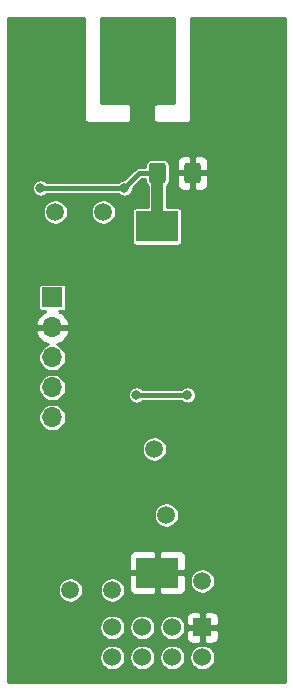
<source format=gbr>
%TF.GenerationSoftware,KiCad,Pcbnew,5.1.6*%
%TF.CreationDate,2020-08-14T17:13:24+01:00*%
%TF.ProjectId,wireless-temperaure-sensor,77697265-6c65-4737-932d-74656d706572,0.2*%
%TF.SameCoordinates,Original*%
%TF.FileFunction,Copper,L2,Bot*%
%TF.FilePolarity,Positive*%
%FSLAX46Y46*%
G04 Gerber Fmt 4.6, Leading zero omitted, Abs format (unit mm)*
G04 Created by KiCad (PCBNEW 5.1.6) date 2020-08-14 17:13:24*
%MOMM*%
%LPD*%
G01*
G04 APERTURE LIST*
%TA.AperFunction,ComponentPad*%
%ADD10C,1.500000*%
%TD*%
%TA.AperFunction,ComponentPad*%
%ADD11C,1.524000*%
%TD*%
%TA.AperFunction,ComponentPad*%
%ADD12R,1.524000X1.524000*%
%TD*%
%TA.AperFunction,SMDPad,CuDef*%
%ADD13R,3.600000X2.600000*%
%TD*%
%TA.AperFunction,ComponentPad*%
%ADD14O,1.700000X1.700000*%
%TD*%
%TA.AperFunction,ComponentPad*%
%ADD15R,1.700000X1.700000*%
%TD*%
%TA.AperFunction,ViaPad*%
%ADD16C,0.800000*%
%TD*%
%TA.AperFunction,Conductor*%
%ADD17C,1.000000*%
%TD*%
%TA.AperFunction,Conductor*%
%ADD18C,0.400000*%
%TD*%
%TA.AperFunction,Conductor*%
%ADD19C,0.254000*%
%TD*%
G04 APERTURE END LIST*
D10*
%TO.P,TP7,1*%
%TO.N,/SCL*%
X94488000Y-74676000D03*
%TD*%
%TO.P,TP6,1*%
%TO.N,/SDA*%
X90424000Y-74676000D03*
%TD*%
%TO.P,TP5,1*%
%TO.N,/NRF_CE*%
X102870000Y-105918000D03*
%TD*%
%TO.P,TP4,1*%
%TO.N,/NCSN*%
X99822000Y-100330000D03*
%TD*%
%TO.P,TP3,1*%
%TO.N,/SPI_SCK*%
X98806000Y-94742000D03*
%TD*%
%TO.P,TP2,1*%
%TO.N,/MISO*%
X95250000Y-106680000D03*
%TD*%
%TO.P,TP1,1*%
%TO.N,/MOSI*%
X91694000Y-106680000D03*
%TD*%
D11*
%TO.P,U2,8*%
%TO.N,Net-(U2-Pad8)*%
X95250000Y-112395000D03*
%TO.P,U2,7*%
%TO.N,/MISO*%
X95250000Y-109855000D03*
%TO.P,U2,6*%
%TO.N,/MOSI*%
X97790000Y-112395000D03*
%TO.P,U2,5*%
%TO.N,/SPI_SCK*%
X97790000Y-109855000D03*
%TO.P,U2,4*%
%TO.N,/NCSN*%
X100330000Y-112395000D03*
%TO.P,U2,3*%
%TO.N,/NRF_CE*%
X100330000Y-109855000D03*
%TO.P,U2,2*%
%TO.N,VDD*%
X102870000Y-112395000D03*
D12*
%TO.P,U2,1*%
%TO.N,GND*%
X102870000Y-109855000D03*
%TD*%
%TO.P,C1,2*%
%TO.N,GND*%
%TA.AperFunction,SMDPad,CuDef*%
G36*
G01*
X101322500Y-71999000D02*
X101322500Y-70749000D01*
G75*
G02*
X101572500Y-70499000I250000J0D01*
G01*
X102497500Y-70499000D01*
G75*
G02*
X102747500Y-70749000I0J-250000D01*
G01*
X102747500Y-71999000D01*
G75*
G02*
X102497500Y-72249000I-250000J0D01*
G01*
X101572500Y-72249000D01*
G75*
G02*
X101322500Y-71999000I0J250000D01*
G01*
G37*
%TD.AperFunction*%
%TO.P,C1,1*%
%TO.N,VDD*%
%TA.AperFunction,SMDPad,CuDef*%
G36*
G01*
X98347500Y-71999000D02*
X98347500Y-70749000D01*
G75*
G02*
X98597500Y-70499000I250000J0D01*
G01*
X99522500Y-70499000D01*
G75*
G02*
X99772500Y-70749000I0J-250000D01*
G01*
X99772500Y-71999000D01*
G75*
G02*
X99522500Y-72249000I-250000J0D01*
G01*
X98597500Y-72249000D01*
G75*
G02*
X98347500Y-71999000I0J250000D01*
G01*
G37*
%TD.AperFunction*%
%TD*%
D13*
%TO.P,BT1,1*%
%TO.N,VDD*%
X99060000Y-75901000D03*
%TO.P,BT1,2*%
%TO.N,GND*%
X99060000Y-105201000D03*
%TD*%
D14*
%TO.P,J1,5*%
%TO.N,/SWCLK*%
X90170000Y-92075000D03*
%TO.P,J1,4*%
%TO.N,/SWDIO*%
X90170000Y-89535000D03*
%TO.P,J1,3*%
%TO.N,/NRST*%
X90170000Y-86995000D03*
%TO.P,J1,2*%
%TO.N,GND*%
X90170000Y-84455000D03*
D15*
%TO.P,J1,1*%
%TO.N,VDD*%
X90170000Y-81915000D03*
%TD*%
D16*
%TO.N,VDD*%
X96266000Y-72644000D03*
X89154000Y-72644000D03*
%TO.N,GND*%
X98806000Y-61976000D03*
X95250000Y-59436000D03*
X96520000Y-59436000D03*
X99822000Y-61976000D03*
X101600000Y-101600000D03*
X100584000Y-101600000D03*
X94742000Y-85344000D03*
X108458000Y-89916000D03*
X108458000Y-88900000D03*
X109220000Y-92202000D03*
X109220000Y-93218000D03*
X103886000Y-70866000D03*
X103886000Y-71882000D03*
X93726000Y-78994000D03*
X94742000Y-78994000D03*
X96774000Y-101854000D03*
X96520000Y-108712000D03*
X93218000Y-100330000D03*
X101600000Y-91186000D03*
X102616000Y-91186000D03*
%TO.N,/NRST*%
X101600000Y-90170000D03*
X97282000Y-90170000D03*
%TD*%
D17*
%TO.N,VDD*%
X99060000Y-75901000D02*
X99060000Y-71374000D01*
D18*
X99060000Y-71374000D02*
X97536000Y-71374000D01*
X97536000Y-71374000D02*
X96266000Y-72644000D01*
X96266000Y-72644000D02*
X89154000Y-72644000D01*
%TO.N,/NRST*%
X97282000Y-90170000D02*
X101600000Y-90170000D01*
%TD*%
D19*
%TO.N,GND*%
G36*
X92866000Y-66784708D02*
G01*
X92864297Y-66802000D01*
X92871093Y-66871004D01*
X92891221Y-66937356D01*
X92923907Y-66998507D01*
X92967894Y-67052106D01*
X93021493Y-67096093D01*
X93082644Y-67128779D01*
X93148996Y-67148907D01*
X93218000Y-67155703D01*
X93235291Y-67154000D01*
X96502709Y-67154000D01*
X96520000Y-67155703D01*
X96589004Y-67148907D01*
X96655356Y-67128779D01*
X96716507Y-67096093D01*
X96770106Y-67052106D01*
X96814093Y-66998507D01*
X96846779Y-66937356D01*
X96866907Y-66871004D01*
X96872000Y-66819292D01*
X96872000Y-66819291D01*
X96873703Y-66802000D01*
X96872000Y-66784708D01*
X96872000Y-65803291D01*
X96873703Y-65786000D01*
X96866907Y-65716996D01*
X96846779Y-65650644D01*
X96814093Y-65589493D01*
X96770106Y-65535894D01*
X96716507Y-65491907D01*
X96655356Y-65459221D01*
X96589004Y-65439093D01*
X96537292Y-65434000D01*
X96537291Y-65434000D01*
X96520000Y-65432297D01*
X96502708Y-65434000D01*
X94332000Y-65434000D01*
X94332000Y-58264000D01*
X100486000Y-58264000D01*
X100486001Y-65434000D01*
X99077291Y-65434000D01*
X99060000Y-65432297D01*
X99042708Y-65434000D01*
X98990996Y-65439093D01*
X98924644Y-65459221D01*
X98863493Y-65491907D01*
X98809894Y-65535894D01*
X98765907Y-65589493D01*
X98733221Y-65650644D01*
X98713093Y-65716996D01*
X98706297Y-65786000D01*
X98708000Y-65803291D01*
X98708001Y-66784699D01*
X98706297Y-66802000D01*
X98713093Y-66871004D01*
X98733221Y-66937356D01*
X98765907Y-66998507D01*
X98809894Y-67052106D01*
X98863493Y-67096093D01*
X98924644Y-67128779D01*
X98990996Y-67148907D01*
X99042708Y-67154000D01*
X99042709Y-67154000D01*
X99060000Y-67155703D01*
X99077292Y-67154000D01*
X101582708Y-67154000D01*
X101600000Y-67155703D01*
X101617291Y-67154000D01*
X101617292Y-67154000D01*
X101669004Y-67148907D01*
X101735356Y-67128779D01*
X101796507Y-67096093D01*
X101850106Y-67052106D01*
X101894093Y-66998507D01*
X101926779Y-66937356D01*
X101946907Y-66871004D01*
X101953703Y-66802000D01*
X101952000Y-66784708D01*
X101952000Y-58264000D01*
X109884001Y-58264000D01*
X109884000Y-114456000D01*
X86458000Y-114456000D01*
X86458000Y-112287743D01*
X94161000Y-112287743D01*
X94161000Y-112502257D01*
X94202850Y-112712650D01*
X94284941Y-112910835D01*
X94404119Y-113089197D01*
X94555803Y-113240881D01*
X94734165Y-113360059D01*
X94932350Y-113442150D01*
X95142743Y-113484000D01*
X95357257Y-113484000D01*
X95567650Y-113442150D01*
X95765835Y-113360059D01*
X95944197Y-113240881D01*
X96095881Y-113089197D01*
X96215059Y-112910835D01*
X96297150Y-112712650D01*
X96339000Y-112502257D01*
X96339000Y-112287743D01*
X96701000Y-112287743D01*
X96701000Y-112502257D01*
X96742850Y-112712650D01*
X96824941Y-112910835D01*
X96944119Y-113089197D01*
X97095803Y-113240881D01*
X97274165Y-113360059D01*
X97472350Y-113442150D01*
X97682743Y-113484000D01*
X97897257Y-113484000D01*
X98107650Y-113442150D01*
X98305835Y-113360059D01*
X98484197Y-113240881D01*
X98635881Y-113089197D01*
X98755059Y-112910835D01*
X98837150Y-112712650D01*
X98879000Y-112502257D01*
X98879000Y-112287743D01*
X99241000Y-112287743D01*
X99241000Y-112502257D01*
X99282850Y-112712650D01*
X99364941Y-112910835D01*
X99484119Y-113089197D01*
X99635803Y-113240881D01*
X99814165Y-113360059D01*
X100012350Y-113442150D01*
X100222743Y-113484000D01*
X100437257Y-113484000D01*
X100647650Y-113442150D01*
X100845835Y-113360059D01*
X101024197Y-113240881D01*
X101175881Y-113089197D01*
X101295059Y-112910835D01*
X101377150Y-112712650D01*
X101419000Y-112502257D01*
X101419000Y-112287743D01*
X101781000Y-112287743D01*
X101781000Y-112502257D01*
X101822850Y-112712650D01*
X101904941Y-112910835D01*
X102024119Y-113089197D01*
X102175803Y-113240881D01*
X102354165Y-113360059D01*
X102552350Y-113442150D01*
X102762743Y-113484000D01*
X102977257Y-113484000D01*
X103187650Y-113442150D01*
X103385835Y-113360059D01*
X103564197Y-113240881D01*
X103715881Y-113089197D01*
X103835059Y-112910835D01*
X103917150Y-112712650D01*
X103959000Y-112502257D01*
X103959000Y-112287743D01*
X103917150Y-112077350D01*
X103835059Y-111879165D01*
X103715881Y-111700803D01*
X103564197Y-111549119D01*
X103385835Y-111429941D01*
X103187650Y-111347850D01*
X102977257Y-111306000D01*
X102762743Y-111306000D01*
X102552350Y-111347850D01*
X102354165Y-111429941D01*
X102175803Y-111549119D01*
X102024119Y-111700803D01*
X101904941Y-111879165D01*
X101822850Y-112077350D01*
X101781000Y-112287743D01*
X101419000Y-112287743D01*
X101377150Y-112077350D01*
X101295059Y-111879165D01*
X101175881Y-111700803D01*
X101024197Y-111549119D01*
X100845835Y-111429941D01*
X100647650Y-111347850D01*
X100437257Y-111306000D01*
X100222743Y-111306000D01*
X100012350Y-111347850D01*
X99814165Y-111429941D01*
X99635803Y-111549119D01*
X99484119Y-111700803D01*
X99364941Y-111879165D01*
X99282850Y-112077350D01*
X99241000Y-112287743D01*
X98879000Y-112287743D01*
X98837150Y-112077350D01*
X98755059Y-111879165D01*
X98635881Y-111700803D01*
X98484197Y-111549119D01*
X98305835Y-111429941D01*
X98107650Y-111347850D01*
X97897257Y-111306000D01*
X97682743Y-111306000D01*
X97472350Y-111347850D01*
X97274165Y-111429941D01*
X97095803Y-111549119D01*
X96944119Y-111700803D01*
X96824941Y-111879165D01*
X96742850Y-112077350D01*
X96701000Y-112287743D01*
X96339000Y-112287743D01*
X96297150Y-112077350D01*
X96215059Y-111879165D01*
X96095881Y-111700803D01*
X95944197Y-111549119D01*
X95765835Y-111429941D01*
X95567650Y-111347850D01*
X95357257Y-111306000D01*
X95142743Y-111306000D01*
X94932350Y-111347850D01*
X94734165Y-111429941D01*
X94555803Y-111549119D01*
X94404119Y-111700803D01*
X94284941Y-111879165D01*
X94202850Y-112077350D01*
X94161000Y-112287743D01*
X86458000Y-112287743D01*
X86458000Y-109747743D01*
X94161000Y-109747743D01*
X94161000Y-109962257D01*
X94202850Y-110172650D01*
X94284941Y-110370835D01*
X94404119Y-110549197D01*
X94555803Y-110700881D01*
X94734165Y-110820059D01*
X94932350Y-110902150D01*
X95142743Y-110944000D01*
X95357257Y-110944000D01*
X95567650Y-110902150D01*
X95765835Y-110820059D01*
X95944197Y-110700881D01*
X96095881Y-110549197D01*
X96215059Y-110370835D01*
X96297150Y-110172650D01*
X96339000Y-109962257D01*
X96339000Y-109747743D01*
X96701000Y-109747743D01*
X96701000Y-109962257D01*
X96742850Y-110172650D01*
X96824941Y-110370835D01*
X96944119Y-110549197D01*
X97095803Y-110700881D01*
X97274165Y-110820059D01*
X97472350Y-110902150D01*
X97682743Y-110944000D01*
X97897257Y-110944000D01*
X98107650Y-110902150D01*
X98305835Y-110820059D01*
X98484197Y-110700881D01*
X98635881Y-110549197D01*
X98755059Y-110370835D01*
X98837150Y-110172650D01*
X98879000Y-109962257D01*
X98879000Y-109747743D01*
X99241000Y-109747743D01*
X99241000Y-109962257D01*
X99282850Y-110172650D01*
X99364941Y-110370835D01*
X99484119Y-110549197D01*
X99635803Y-110700881D01*
X99814165Y-110820059D01*
X100012350Y-110902150D01*
X100222743Y-110944000D01*
X100437257Y-110944000D01*
X100647650Y-110902150D01*
X100845835Y-110820059D01*
X101024197Y-110700881D01*
X101108078Y-110617000D01*
X101469928Y-110617000D01*
X101482188Y-110741482D01*
X101518498Y-110861180D01*
X101577463Y-110971494D01*
X101656815Y-111068185D01*
X101753506Y-111147537D01*
X101863820Y-111206502D01*
X101983518Y-111242812D01*
X102108000Y-111255072D01*
X102584250Y-111252000D01*
X102743000Y-111093250D01*
X102743000Y-109982000D01*
X102997000Y-109982000D01*
X102997000Y-111093250D01*
X103155750Y-111252000D01*
X103632000Y-111255072D01*
X103756482Y-111242812D01*
X103876180Y-111206502D01*
X103986494Y-111147537D01*
X104083185Y-111068185D01*
X104162537Y-110971494D01*
X104221502Y-110861180D01*
X104257812Y-110741482D01*
X104270072Y-110617000D01*
X104267000Y-110140750D01*
X104108250Y-109982000D01*
X102997000Y-109982000D01*
X102743000Y-109982000D01*
X101631750Y-109982000D01*
X101473000Y-110140750D01*
X101469928Y-110617000D01*
X101108078Y-110617000D01*
X101175881Y-110549197D01*
X101295059Y-110370835D01*
X101377150Y-110172650D01*
X101419000Y-109962257D01*
X101419000Y-109747743D01*
X101377150Y-109537350D01*
X101295059Y-109339165D01*
X101175881Y-109160803D01*
X101108078Y-109093000D01*
X101469928Y-109093000D01*
X101473000Y-109569250D01*
X101631750Y-109728000D01*
X102743000Y-109728000D01*
X102743000Y-108616750D01*
X102997000Y-108616750D01*
X102997000Y-109728000D01*
X104108250Y-109728000D01*
X104267000Y-109569250D01*
X104270072Y-109093000D01*
X104257812Y-108968518D01*
X104221502Y-108848820D01*
X104162537Y-108738506D01*
X104083185Y-108641815D01*
X103986494Y-108562463D01*
X103876180Y-108503498D01*
X103756482Y-108467188D01*
X103632000Y-108454928D01*
X103155750Y-108458000D01*
X102997000Y-108616750D01*
X102743000Y-108616750D01*
X102584250Y-108458000D01*
X102108000Y-108454928D01*
X101983518Y-108467188D01*
X101863820Y-108503498D01*
X101753506Y-108562463D01*
X101656815Y-108641815D01*
X101577463Y-108738506D01*
X101518498Y-108848820D01*
X101482188Y-108968518D01*
X101469928Y-109093000D01*
X101108078Y-109093000D01*
X101024197Y-109009119D01*
X100845835Y-108889941D01*
X100647650Y-108807850D01*
X100437257Y-108766000D01*
X100222743Y-108766000D01*
X100012350Y-108807850D01*
X99814165Y-108889941D01*
X99635803Y-109009119D01*
X99484119Y-109160803D01*
X99364941Y-109339165D01*
X99282850Y-109537350D01*
X99241000Y-109747743D01*
X98879000Y-109747743D01*
X98837150Y-109537350D01*
X98755059Y-109339165D01*
X98635881Y-109160803D01*
X98484197Y-109009119D01*
X98305835Y-108889941D01*
X98107650Y-108807850D01*
X97897257Y-108766000D01*
X97682743Y-108766000D01*
X97472350Y-108807850D01*
X97274165Y-108889941D01*
X97095803Y-109009119D01*
X96944119Y-109160803D01*
X96824941Y-109339165D01*
X96742850Y-109537350D01*
X96701000Y-109747743D01*
X96339000Y-109747743D01*
X96297150Y-109537350D01*
X96215059Y-109339165D01*
X96095881Y-109160803D01*
X95944197Y-109009119D01*
X95765835Y-108889941D01*
X95567650Y-108807850D01*
X95357257Y-108766000D01*
X95142743Y-108766000D01*
X94932350Y-108807850D01*
X94734165Y-108889941D01*
X94555803Y-109009119D01*
X94404119Y-109160803D01*
X94284941Y-109339165D01*
X94202850Y-109537350D01*
X94161000Y-109747743D01*
X86458000Y-109747743D01*
X86458000Y-106573925D01*
X90617000Y-106573925D01*
X90617000Y-106786075D01*
X90658389Y-106994149D01*
X90739575Y-107190151D01*
X90857440Y-107366547D01*
X91007453Y-107516560D01*
X91183849Y-107634425D01*
X91379851Y-107715611D01*
X91587925Y-107757000D01*
X91800075Y-107757000D01*
X92008149Y-107715611D01*
X92204151Y-107634425D01*
X92380547Y-107516560D01*
X92530560Y-107366547D01*
X92648425Y-107190151D01*
X92729611Y-106994149D01*
X92771000Y-106786075D01*
X92771000Y-106573925D01*
X94173000Y-106573925D01*
X94173000Y-106786075D01*
X94214389Y-106994149D01*
X94295575Y-107190151D01*
X94413440Y-107366547D01*
X94563453Y-107516560D01*
X94739849Y-107634425D01*
X94935851Y-107715611D01*
X95143925Y-107757000D01*
X95356075Y-107757000D01*
X95564149Y-107715611D01*
X95760151Y-107634425D01*
X95936547Y-107516560D01*
X96086560Y-107366547D01*
X96204425Y-107190151D01*
X96285611Y-106994149D01*
X96327000Y-106786075D01*
X96327000Y-106573925D01*
X96312495Y-106501000D01*
X96621928Y-106501000D01*
X96634188Y-106625482D01*
X96670498Y-106745180D01*
X96729463Y-106855494D01*
X96808815Y-106952185D01*
X96905506Y-107031537D01*
X97015820Y-107090502D01*
X97135518Y-107126812D01*
X97260000Y-107139072D01*
X98774250Y-107136000D01*
X98933000Y-106977250D01*
X98933000Y-105328000D01*
X99187000Y-105328000D01*
X99187000Y-106977250D01*
X99345750Y-107136000D01*
X100860000Y-107139072D01*
X100984482Y-107126812D01*
X101104180Y-107090502D01*
X101214494Y-107031537D01*
X101311185Y-106952185D01*
X101390537Y-106855494D01*
X101449502Y-106745180D01*
X101485812Y-106625482D01*
X101498072Y-106501000D01*
X101495985Y-105811925D01*
X101793000Y-105811925D01*
X101793000Y-106024075D01*
X101834389Y-106232149D01*
X101915575Y-106428151D01*
X102033440Y-106604547D01*
X102183453Y-106754560D01*
X102359849Y-106872425D01*
X102555851Y-106953611D01*
X102763925Y-106995000D01*
X102976075Y-106995000D01*
X103184149Y-106953611D01*
X103380151Y-106872425D01*
X103556547Y-106754560D01*
X103706560Y-106604547D01*
X103824425Y-106428151D01*
X103905611Y-106232149D01*
X103947000Y-106024075D01*
X103947000Y-105811925D01*
X103905611Y-105603851D01*
X103824425Y-105407849D01*
X103706560Y-105231453D01*
X103556547Y-105081440D01*
X103380151Y-104963575D01*
X103184149Y-104882389D01*
X102976075Y-104841000D01*
X102763925Y-104841000D01*
X102555851Y-104882389D01*
X102359849Y-104963575D01*
X102183453Y-105081440D01*
X102033440Y-105231453D01*
X101915575Y-105407849D01*
X101834389Y-105603851D01*
X101793000Y-105811925D01*
X101495985Y-105811925D01*
X101495000Y-105486750D01*
X101336250Y-105328000D01*
X99187000Y-105328000D01*
X98933000Y-105328000D01*
X96783750Y-105328000D01*
X96625000Y-105486750D01*
X96621928Y-106501000D01*
X96312495Y-106501000D01*
X96285611Y-106365851D01*
X96204425Y-106169849D01*
X96086560Y-105993453D01*
X95936547Y-105843440D01*
X95760151Y-105725575D01*
X95564149Y-105644389D01*
X95356075Y-105603000D01*
X95143925Y-105603000D01*
X94935851Y-105644389D01*
X94739849Y-105725575D01*
X94563453Y-105843440D01*
X94413440Y-105993453D01*
X94295575Y-106169849D01*
X94214389Y-106365851D01*
X94173000Y-106573925D01*
X92771000Y-106573925D01*
X92729611Y-106365851D01*
X92648425Y-106169849D01*
X92530560Y-105993453D01*
X92380547Y-105843440D01*
X92204151Y-105725575D01*
X92008149Y-105644389D01*
X91800075Y-105603000D01*
X91587925Y-105603000D01*
X91379851Y-105644389D01*
X91183849Y-105725575D01*
X91007453Y-105843440D01*
X90857440Y-105993453D01*
X90739575Y-106169849D01*
X90658389Y-106365851D01*
X90617000Y-106573925D01*
X86458000Y-106573925D01*
X86458000Y-103901000D01*
X96621928Y-103901000D01*
X96625000Y-104915250D01*
X96783750Y-105074000D01*
X98933000Y-105074000D01*
X98933000Y-103424750D01*
X99187000Y-103424750D01*
X99187000Y-105074000D01*
X101336250Y-105074000D01*
X101495000Y-104915250D01*
X101498072Y-103901000D01*
X101485812Y-103776518D01*
X101449502Y-103656820D01*
X101390537Y-103546506D01*
X101311185Y-103449815D01*
X101214494Y-103370463D01*
X101104180Y-103311498D01*
X100984482Y-103275188D01*
X100860000Y-103262928D01*
X99345750Y-103266000D01*
X99187000Y-103424750D01*
X98933000Y-103424750D01*
X98774250Y-103266000D01*
X97260000Y-103262928D01*
X97135518Y-103275188D01*
X97015820Y-103311498D01*
X96905506Y-103370463D01*
X96808815Y-103449815D01*
X96729463Y-103546506D01*
X96670498Y-103656820D01*
X96634188Y-103776518D01*
X96621928Y-103901000D01*
X86458000Y-103901000D01*
X86458000Y-100223925D01*
X98745000Y-100223925D01*
X98745000Y-100436075D01*
X98786389Y-100644149D01*
X98867575Y-100840151D01*
X98985440Y-101016547D01*
X99135453Y-101166560D01*
X99311849Y-101284425D01*
X99507851Y-101365611D01*
X99715925Y-101407000D01*
X99928075Y-101407000D01*
X100136149Y-101365611D01*
X100332151Y-101284425D01*
X100508547Y-101166560D01*
X100658560Y-101016547D01*
X100776425Y-100840151D01*
X100857611Y-100644149D01*
X100899000Y-100436075D01*
X100899000Y-100223925D01*
X100857611Y-100015851D01*
X100776425Y-99819849D01*
X100658560Y-99643453D01*
X100508547Y-99493440D01*
X100332151Y-99375575D01*
X100136149Y-99294389D01*
X99928075Y-99253000D01*
X99715925Y-99253000D01*
X99507851Y-99294389D01*
X99311849Y-99375575D01*
X99135453Y-99493440D01*
X98985440Y-99643453D01*
X98867575Y-99819849D01*
X98786389Y-100015851D01*
X98745000Y-100223925D01*
X86458000Y-100223925D01*
X86458000Y-94635925D01*
X97729000Y-94635925D01*
X97729000Y-94848075D01*
X97770389Y-95056149D01*
X97851575Y-95252151D01*
X97969440Y-95428547D01*
X98119453Y-95578560D01*
X98295849Y-95696425D01*
X98491851Y-95777611D01*
X98699925Y-95819000D01*
X98912075Y-95819000D01*
X99120149Y-95777611D01*
X99316151Y-95696425D01*
X99492547Y-95578560D01*
X99642560Y-95428547D01*
X99760425Y-95252151D01*
X99841611Y-95056149D01*
X99883000Y-94848075D01*
X99883000Y-94635925D01*
X99841611Y-94427851D01*
X99760425Y-94231849D01*
X99642560Y-94055453D01*
X99492547Y-93905440D01*
X99316151Y-93787575D01*
X99120149Y-93706389D01*
X98912075Y-93665000D01*
X98699925Y-93665000D01*
X98491851Y-93706389D01*
X98295849Y-93787575D01*
X98119453Y-93905440D01*
X97969440Y-94055453D01*
X97851575Y-94231849D01*
X97770389Y-94427851D01*
X97729000Y-94635925D01*
X86458000Y-94635925D01*
X86458000Y-91959076D01*
X88993000Y-91959076D01*
X88993000Y-92190924D01*
X89038231Y-92418318D01*
X89126956Y-92632519D01*
X89255764Y-92825294D01*
X89419706Y-92989236D01*
X89612481Y-93118044D01*
X89826682Y-93206769D01*
X90054076Y-93252000D01*
X90285924Y-93252000D01*
X90513318Y-93206769D01*
X90727519Y-93118044D01*
X90920294Y-92989236D01*
X91084236Y-92825294D01*
X91213044Y-92632519D01*
X91301769Y-92418318D01*
X91347000Y-92190924D01*
X91347000Y-91959076D01*
X91301769Y-91731682D01*
X91213044Y-91517481D01*
X91084236Y-91324706D01*
X90920294Y-91160764D01*
X90727519Y-91031956D01*
X90513318Y-90943231D01*
X90285924Y-90898000D01*
X90054076Y-90898000D01*
X89826682Y-90943231D01*
X89612481Y-91031956D01*
X89419706Y-91160764D01*
X89255764Y-91324706D01*
X89126956Y-91517481D01*
X89038231Y-91731682D01*
X88993000Y-91959076D01*
X86458000Y-91959076D01*
X86458000Y-89419076D01*
X88993000Y-89419076D01*
X88993000Y-89650924D01*
X89038231Y-89878318D01*
X89126956Y-90092519D01*
X89255764Y-90285294D01*
X89419706Y-90449236D01*
X89612481Y-90578044D01*
X89826682Y-90666769D01*
X90054076Y-90712000D01*
X90285924Y-90712000D01*
X90513318Y-90666769D01*
X90727519Y-90578044D01*
X90920294Y-90449236D01*
X91084236Y-90285294D01*
X91209116Y-90098397D01*
X96555000Y-90098397D01*
X96555000Y-90241603D01*
X96582938Y-90382058D01*
X96637741Y-90514364D01*
X96717302Y-90633436D01*
X96818564Y-90734698D01*
X96937636Y-90814259D01*
X97069942Y-90869062D01*
X97210397Y-90897000D01*
X97353603Y-90897000D01*
X97494058Y-90869062D01*
X97626364Y-90814259D01*
X97745436Y-90734698D01*
X97783134Y-90697000D01*
X101098866Y-90697000D01*
X101136564Y-90734698D01*
X101255636Y-90814259D01*
X101387942Y-90869062D01*
X101528397Y-90897000D01*
X101671603Y-90897000D01*
X101812058Y-90869062D01*
X101944364Y-90814259D01*
X102063436Y-90734698D01*
X102164698Y-90633436D01*
X102244259Y-90514364D01*
X102299062Y-90382058D01*
X102327000Y-90241603D01*
X102327000Y-90098397D01*
X102299062Y-89957942D01*
X102244259Y-89825636D01*
X102164698Y-89706564D01*
X102063436Y-89605302D01*
X101944364Y-89525741D01*
X101812058Y-89470938D01*
X101671603Y-89443000D01*
X101528397Y-89443000D01*
X101387942Y-89470938D01*
X101255636Y-89525741D01*
X101136564Y-89605302D01*
X101098866Y-89643000D01*
X97783134Y-89643000D01*
X97745436Y-89605302D01*
X97626364Y-89525741D01*
X97494058Y-89470938D01*
X97353603Y-89443000D01*
X97210397Y-89443000D01*
X97069942Y-89470938D01*
X96937636Y-89525741D01*
X96818564Y-89605302D01*
X96717302Y-89706564D01*
X96637741Y-89825636D01*
X96582938Y-89957942D01*
X96555000Y-90098397D01*
X91209116Y-90098397D01*
X91213044Y-90092519D01*
X91301769Y-89878318D01*
X91347000Y-89650924D01*
X91347000Y-89419076D01*
X91301769Y-89191682D01*
X91213044Y-88977481D01*
X91084236Y-88784706D01*
X90920294Y-88620764D01*
X90727519Y-88491956D01*
X90513318Y-88403231D01*
X90285924Y-88358000D01*
X90054076Y-88358000D01*
X89826682Y-88403231D01*
X89612481Y-88491956D01*
X89419706Y-88620764D01*
X89255764Y-88784706D01*
X89126956Y-88977481D01*
X89038231Y-89191682D01*
X88993000Y-89419076D01*
X86458000Y-89419076D01*
X86458000Y-84811890D01*
X88728524Y-84811890D01*
X88773175Y-84959099D01*
X88898359Y-85221920D01*
X89072412Y-85455269D01*
X89288645Y-85650178D01*
X89538748Y-85799157D01*
X89777179Y-85883736D01*
X89612481Y-85951956D01*
X89419706Y-86080764D01*
X89255764Y-86244706D01*
X89126956Y-86437481D01*
X89038231Y-86651682D01*
X88993000Y-86879076D01*
X88993000Y-87110924D01*
X89038231Y-87338318D01*
X89126956Y-87552519D01*
X89255764Y-87745294D01*
X89419706Y-87909236D01*
X89612481Y-88038044D01*
X89826682Y-88126769D01*
X90054076Y-88172000D01*
X90285924Y-88172000D01*
X90513318Y-88126769D01*
X90727519Y-88038044D01*
X90920294Y-87909236D01*
X91084236Y-87745294D01*
X91213044Y-87552519D01*
X91301769Y-87338318D01*
X91347000Y-87110924D01*
X91347000Y-86879076D01*
X91301769Y-86651682D01*
X91213044Y-86437481D01*
X91084236Y-86244706D01*
X90920294Y-86080764D01*
X90727519Y-85951956D01*
X90562821Y-85883736D01*
X90801252Y-85799157D01*
X91051355Y-85650178D01*
X91267588Y-85455269D01*
X91441641Y-85221920D01*
X91566825Y-84959099D01*
X91611476Y-84811890D01*
X91490155Y-84582000D01*
X90297000Y-84582000D01*
X90297000Y-84602000D01*
X90043000Y-84602000D01*
X90043000Y-84582000D01*
X88849845Y-84582000D01*
X88728524Y-84811890D01*
X86458000Y-84811890D01*
X86458000Y-84098110D01*
X88728524Y-84098110D01*
X88849845Y-84328000D01*
X90043000Y-84328000D01*
X90043000Y-84308000D01*
X90297000Y-84308000D01*
X90297000Y-84328000D01*
X91490155Y-84328000D01*
X91611476Y-84098110D01*
X91566825Y-83950901D01*
X91441641Y-83688080D01*
X91267588Y-83454731D01*
X91051355Y-83259822D01*
X90801252Y-83110843D01*
X90752592Y-83093582D01*
X91020000Y-83093582D01*
X91084103Y-83087268D01*
X91145743Y-83068570D01*
X91202550Y-83038206D01*
X91252343Y-82997343D01*
X91293206Y-82947550D01*
X91323570Y-82890743D01*
X91342268Y-82829103D01*
X91348582Y-82765000D01*
X91348582Y-81065000D01*
X91342268Y-81000897D01*
X91323570Y-80939257D01*
X91293206Y-80882450D01*
X91252343Y-80832657D01*
X91202550Y-80791794D01*
X91145743Y-80761430D01*
X91084103Y-80742732D01*
X91020000Y-80736418D01*
X89320000Y-80736418D01*
X89255897Y-80742732D01*
X89194257Y-80761430D01*
X89137450Y-80791794D01*
X89087657Y-80832657D01*
X89046794Y-80882450D01*
X89016430Y-80939257D01*
X88997732Y-81000897D01*
X88991418Y-81065000D01*
X88991418Y-82765000D01*
X88997732Y-82829103D01*
X89016430Y-82890743D01*
X89046794Y-82947550D01*
X89087657Y-82997343D01*
X89137450Y-83038206D01*
X89194257Y-83068570D01*
X89255897Y-83087268D01*
X89320000Y-83093582D01*
X89587408Y-83093582D01*
X89538748Y-83110843D01*
X89288645Y-83259822D01*
X89072412Y-83454731D01*
X88898359Y-83688080D01*
X88773175Y-83950901D01*
X88728524Y-84098110D01*
X86458000Y-84098110D01*
X86458000Y-74569925D01*
X89347000Y-74569925D01*
X89347000Y-74782075D01*
X89388389Y-74990149D01*
X89469575Y-75186151D01*
X89587440Y-75362547D01*
X89737453Y-75512560D01*
X89913849Y-75630425D01*
X90109851Y-75711611D01*
X90317925Y-75753000D01*
X90530075Y-75753000D01*
X90738149Y-75711611D01*
X90934151Y-75630425D01*
X91110547Y-75512560D01*
X91260560Y-75362547D01*
X91378425Y-75186151D01*
X91459611Y-74990149D01*
X91501000Y-74782075D01*
X91501000Y-74569925D01*
X93411000Y-74569925D01*
X93411000Y-74782075D01*
X93452389Y-74990149D01*
X93533575Y-75186151D01*
X93651440Y-75362547D01*
X93801453Y-75512560D01*
X93977849Y-75630425D01*
X94173851Y-75711611D01*
X94381925Y-75753000D01*
X94594075Y-75753000D01*
X94802149Y-75711611D01*
X94998151Y-75630425D01*
X95174547Y-75512560D01*
X95324560Y-75362547D01*
X95442425Y-75186151D01*
X95523611Y-74990149D01*
X95565000Y-74782075D01*
X95565000Y-74569925D01*
X95523611Y-74361851D01*
X95442425Y-74165849D01*
X95324560Y-73989453D01*
X95174547Y-73839440D01*
X94998151Y-73721575D01*
X94802149Y-73640389D01*
X94594075Y-73599000D01*
X94381925Y-73599000D01*
X94173851Y-73640389D01*
X93977849Y-73721575D01*
X93801453Y-73839440D01*
X93651440Y-73989453D01*
X93533575Y-74165849D01*
X93452389Y-74361851D01*
X93411000Y-74569925D01*
X91501000Y-74569925D01*
X91459611Y-74361851D01*
X91378425Y-74165849D01*
X91260560Y-73989453D01*
X91110547Y-73839440D01*
X90934151Y-73721575D01*
X90738149Y-73640389D01*
X90530075Y-73599000D01*
X90317925Y-73599000D01*
X90109851Y-73640389D01*
X89913849Y-73721575D01*
X89737453Y-73839440D01*
X89587440Y-73989453D01*
X89469575Y-74165849D01*
X89388389Y-74361851D01*
X89347000Y-74569925D01*
X86458000Y-74569925D01*
X86458000Y-72572397D01*
X88427000Y-72572397D01*
X88427000Y-72715603D01*
X88454938Y-72856058D01*
X88509741Y-72988364D01*
X88589302Y-73107436D01*
X88690564Y-73208698D01*
X88809636Y-73288259D01*
X88941942Y-73343062D01*
X89082397Y-73371000D01*
X89225603Y-73371000D01*
X89366058Y-73343062D01*
X89498364Y-73288259D01*
X89617436Y-73208698D01*
X89655134Y-73171000D01*
X95764866Y-73171000D01*
X95802564Y-73208698D01*
X95921636Y-73288259D01*
X96053942Y-73343062D01*
X96194397Y-73371000D01*
X96337603Y-73371000D01*
X96478058Y-73343062D01*
X96610364Y-73288259D01*
X96729436Y-73208698D01*
X96830698Y-73107436D01*
X96910259Y-72988364D01*
X96965062Y-72856058D01*
X96993000Y-72715603D01*
X96993000Y-72662289D01*
X97754290Y-71901000D01*
X98018918Y-71901000D01*
X98018918Y-71999000D01*
X98030035Y-72111876D01*
X98062960Y-72220414D01*
X98116427Y-72320443D01*
X98188381Y-72408119D01*
X98233001Y-72444738D01*
X98233000Y-74272418D01*
X97260000Y-74272418D01*
X97195897Y-74278732D01*
X97134257Y-74297430D01*
X97077450Y-74327794D01*
X97027657Y-74368657D01*
X96986794Y-74418450D01*
X96956430Y-74475257D01*
X96937732Y-74536897D01*
X96931418Y-74601000D01*
X96931418Y-77201000D01*
X96937732Y-77265103D01*
X96956430Y-77326743D01*
X96986794Y-77383550D01*
X97027657Y-77433343D01*
X97077450Y-77474206D01*
X97134257Y-77504570D01*
X97195897Y-77523268D01*
X97260000Y-77529582D01*
X100860000Y-77529582D01*
X100924103Y-77523268D01*
X100985743Y-77504570D01*
X101042550Y-77474206D01*
X101092343Y-77433343D01*
X101133206Y-77383550D01*
X101163570Y-77326743D01*
X101182268Y-77265103D01*
X101188582Y-77201000D01*
X101188582Y-74601000D01*
X101182268Y-74536897D01*
X101163570Y-74475257D01*
X101133206Y-74418450D01*
X101092343Y-74368657D01*
X101042550Y-74327794D01*
X100985743Y-74297430D01*
X100924103Y-74278732D01*
X100860000Y-74272418D01*
X99887000Y-74272418D01*
X99887000Y-72444737D01*
X99931619Y-72408119D01*
X100003573Y-72320443D01*
X100041760Y-72249000D01*
X100684428Y-72249000D01*
X100696688Y-72373482D01*
X100732998Y-72493180D01*
X100791963Y-72603494D01*
X100871315Y-72700185D01*
X100968006Y-72779537D01*
X101078320Y-72838502D01*
X101198018Y-72874812D01*
X101322500Y-72887072D01*
X101749250Y-72884000D01*
X101908000Y-72725250D01*
X101908000Y-71501000D01*
X102162000Y-71501000D01*
X102162000Y-72725250D01*
X102320750Y-72884000D01*
X102747500Y-72887072D01*
X102871982Y-72874812D01*
X102991680Y-72838502D01*
X103101994Y-72779537D01*
X103198685Y-72700185D01*
X103278037Y-72603494D01*
X103337002Y-72493180D01*
X103373312Y-72373482D01*
X103385572Y-72249000D01*
X103382500Y-71659750D01*
X103223750Y-71501000D01*
X102162000Y-71501000D01*
X101908000Y-71501000D01*
X100846250Y-71501000D01*
X100687500Y-71659750D01*
X100684428Y-72249000D01*
X100041760Y-72249000D01*
X100057040Y-72220414D01*
X100089965Y-72111876D01*
X100101082Y-71999000D01*
X100101082Y-70749000D01*
X100089965Y-70636124D01*
X100057040Y-70527586D01*
X100041761Y-70499000D01*
X100684428Y-70499000D01*
X100687500Y-71088250D01*
X100846250Y-71247000D01*
X101908000Y-71247000D01*
X101908000Y-70022750D01*
X102162000Y-70022750D01*
X102162000Y-71247000D01*
X103223750Y-71247000D01*
X103382500Y-71088250D01*
X103385572Y-70499000D01*
X103373312Y-70374518D01*
X103337002Y-70254820D01*
X103278037Y-70144506D01*
X103198685Y-70047815D01*
X103101994Y-69968463D01*
X102991680Y-69909498D01*
X102871982Y-69873188D01*
X102747500Y-69860928D01*
X102320750Y-69864000D01*
X102162000Y-70022750D01*
X101908000Y-70022750D01*
X101749250Y-69864000D01*
X101322500Y-69860928D01*
X101198018Y-69873188D01*
X101078320Y-69909498D01*
X100968006Y-69968463D01*
X100871315Y-70047815D01*
X100791963Y-70144506D01*
X100732998Y-70254820D01*
X100696688Y-70374518D01*
X100684428Y-70499000D01*
X100041761Y-70499000D01*
X100003573Y-70427557D01*
X99931619Y-70339881D01*
X99843943Y-70267927D01*
X99743914Y-70214460D01*
X99635376Y-70181535D01*
X99522500Y-70170418D01*
X98597500Y-70170418D01*
X98484624Y-70181535D01*
X98376086Y-70214460D01*
X98276057Y-70267927D01*
X98188381Y-70339881D01*
X98116427Y-70427557D01*
X98062960Y-70527586D01*
X98030035Y-70636124D01*
X98018918Y-70749000D01*
X98018918Y-70847000D01*
X97561880Y-70847000D01*
X97535999Y-70844451D01*
X97432690Y-70854626D01*
X97333350Y-70884761D01*
X97241798Y-70933696D01*
X97161552Y-70999552D01*
X97145049Y-71019661D01*
X96247711Y-71917000D01*
X96194397Y-71917000D01*
X96053942Y-71944938D01*
X95921636Y-71999741D01*
X95802564Y-72079302D01*
X95764866Y-72117000D01*
X89655134Y-72117000D01*
X89617436Y-72079302D01*
X89498364Y-71999741D01*
X89366058Y-71944938D01*
X89225603Y-71917000D01*
X89082397Y-71917000D01*
X88941942Y-71944938D01*
X88809636Y-71999741D01*
X88690564Y-72079302D01*
X88589302Y-72180564D01*
X88509741Y-72299636D01*
X88454938Y-72431942D01*
X88427000Y-72572397D01*
X86458000Y-72572397D01*
X86458000Y-58264000D01*
X92866001Y-58264000D01*
X92866000Y-66784708D01*
G37*
X92866000Y-66784708D02*
X92864297Y-66802000D01*
X92871093Y-66871004D01*
X92891221Y-66937356D01*
X92923907Y-66998507D01*
X92967894Y-67052106D01*
X93021493Y-67096093D01*
X93082644Y-67128779D01*
X93148996Y-67148907D01*
X93218000Y-67155703D01*
X93235291Y-67154000D01*
X96502709Y-67154000D01*
X96520000Y-67155703D01*
X96589004Y-67148907D01*
X96655356Y-67128779D01*
X96716507Y-67096093D01*
X96770106Y-67052106D01*
X96814093Y-66998507D01*
X96846779Y-66937356D01*
X96866907Y-66871004D01*
X96872000Y-66819292D01*
X96872000Y-66819291D01*
X96873703Y-66802000D01*
X96872000Y-66784708D01*
X96872000Y-65803291D01*
X96873703Y-65786000D01*
X96866907Y-65716996D01*
X96846779Y-65650644D01*
X96814093Y-65589493D01*
X96770106Y-65535894D01*
X96716507Y-65491907D01*
X96655356Y-65459221D01*
X96589004Y-65439093D01*
X96537292Y-65434000D01*
X96537291Y-65434000D01*
X96520000Y-65432297D01*
X96502708Y-65434000D01*
X94332000Y-65434000D01*
X94332000Y-58264000D01*
X100486000Y-58264000D01*
X100486001Y-65434000D01*
X99077291Y-65434000D01*
X99060000Y-65432297D01*
X99042708Y-65434000D01*
X98990996Y-65439093D01*
X98924644Y-65459221D01*
X98863493Y-65491907D01*
X98809894Y-65535894D01*
X98765907Y-65589493D01*
X98733221Y-65650644D01*
X98713093Y-65716996D01*
X98706297Y-65786000D01*
X98708000Y-65803291D01*
X98708001Y-66784699D01*
X98706297Y-66802000D01*
X98713093Y-66871004D01*
X98733221Y-66937356D01*
X98765907Y-66998507D01*
X98809894Y-67052106D01*
X98863493Y-67096093D01*
X98924644Y-67128779D01*
X98990996Y-67148907D01*
X99042708Y-67154000D01*
X99042709Y-67154000D01*
X99060000Y-67155703D01*
X99077292Y-67154000D01*
X101582708Y-67154000D01*
X101600000Y-67155703D01*
X101617291Y-67154000D01*
X101617292Y-67154000D01*
X101669004Y-67148907D01*
X101735356Y-67128779D01*
X101796507Y-67096093D01*
X101850106Y-67052106D01*
X101894093Y-66998507D01*
X101926779Y-66937356D01*
X101946907Y-66871004D01*
X101953703Y-66802000D01*
X101952000Y-66784708D01*
X101952000Y-58264000D01*
X109884001Y-58264000D01*
X109884000Y-114456000D01*
X86458000Y-114456000D01*
X86458000Y-112287743D01*
X94161000Y-112287743D01*
X94161000Y-112502257D01*
X94202850Y-112712650D01*
X94284941Y-112910835D01*
X94404119Y-113089197D01*
X94555803Y-113240881D01*
X94734165Y-113360059D01*
X94932350Y-113442150D01*
X95142743Y-113484000D01*
X95357257Y-113484000D01*
X95567650Y-113442150D01*
X95765835Y-113360059D01*
X95944197Y-113240881D01*
X96095881Y-113089197D01*
X96215059Y-112910835D01*
X96297150Y-112712650D01*
X96339000Y-112502257D01*
X96339000Y-112287743D01*
X96701000Y-112287743D01*
X96701000Y-112502257D01*
X96742850Y-112712650D01*
X96824941Y-112910835D01*
X96944119Y-113089197D01*
X97095803Y-113240881D01*
X97274165Y-113360059D01*
X97472350Y-113442150D01*
X97682743Y-113484000D01*
X97897257Y-113484000D01*
X98107650Y-113442150D01*
X98305835Y-113360059D01*
X98484197Y-113240881D01*
X98635881Y-113089197D01*
X98755059Y-112910835D01*
X98837150Y-112712650D01*
X98879000Y-112502257D01*
X98879000Y-112287743D01*
X99241000Y-112287743D01*
X99241000Y-112502257D01*
X99282850Y-112712650D01*
X99364941Y-112910835D01*
X99484119Y-113089197D01*
X99635803Y-113240881D01*
X99814165Y-113360059D01*
X100012350Y-113442150D01*
X100222743Y-113484000D01*
X100437257Y-113484000D01*
X100647650Y-113442150D01*
X100845835Y-113360059D01*
X101024197Y-113240881D01*
X101175881Y-113089197D01*
X101295059Y-112910835D01*
X101377150Y-112712650D01*
X101419000Y-112502257D01*
X101419000Y-112287743D01*
X101781000Y-112287743D01*
X101781000Y-112502257D01*
X101822850Y-112712650D01*
X101904941Y-112910835D01*
X102024119Y-113089197D01*
X102175803Y-113240881D01*
X102354165Y-113360059D01*
X102552350Y-113442150D01*
X102762743Y-113484000D01*
X102977257Y-113484000D01*
X103187650Y-113442150D01*
X103385835Y-113360059D01*
X103564197Y-113240881D01*
X103715881Y-113089197D01*
X103835059Y-112910835D01*
X103917150Y-112712650D01*
X103959000Y-112502257D01*
X103959000Y-112287743D01*
X103917150Y-112077350D01*
X103835059Y-111879165D01*
X103715881Y-111700803D01*
X103564197Y-111549119D01*
X103385835Y-111429941D01*
X103187650Y-111347850D01*
X102977257Y-111306000D01*
X102762743Y-111306000D01*
X102552350Y-111347850D01*
X102354165Y-111429941D01*
X102175803Y-111549119D01*
X102024119Y-111700803D01*
X101904941Y-111879165D01*
X101822850Y-112077350D01*
X101781000Y-112287743D01*
X101419000Y-112287743D01*
X101377150Y-112077350D01*
X101295059Y-111879165D01*
X101175881Y-111700803D01*
X101024197Y-111549119D01*
X100845835Y-111429941D01*
X100647650Y-111347850D01*
X100437257Y-111306000D01*
X100222743Y-111306000D01*
X100012350Y-111347850D01*
X99814165Y-111429941D01*
X99635803Y-111549119D01*
X99484119Y-111700803D01*
X99364941Y-111879165D01*
X99282850Y-112077350D01*
X99241000Y-112287743D01*
X98879000Y-112287743D01*
X98837150Y-112077350D01*
X98755059Y-111879165D01*
X98635881Y-111700803D01*
X98484197Y-111549119D01*
X98305835Y-111429941D01*
X98107650Y-111347850D01*
X97897257Y-111306000D01*
X97682743Y-111306000D01*
X97472350Y-111347850D01*
X97274165Y-111429941D01*
X97095803Y-111549119D01*
X96944119Y-111700803D01*
X96824941Y-111879165D01*
X96742850Y-112077350D01*
X96701000Y-112287743D01*
X96339000Y-112287743D01*
X96297150Y-112077350D01*
X96215059Y-111879165D01*
X96095881Y-111700803D01*
X95944197Y-111549119D01*
X95765835Y-111429941D01*
X95567650Y-111347850D01*
X95357257Y-111306000D01*
X95142743Y-111306000D01*
X94932350Y-111347850D01*
X94734165Y-111429941D01*
X94555803Y-111549119D01*
X94404119Y-111700803D01*
X94284941Y-111879165D01*
X94202850Y-112077350D01*
X94161000Y-112287743D01*
X86458000Y-112287743D01*
X86458000Y-109747743D01*
X94161000Y-109747743D01*
X94161000Y-109962257D01*
X94202850Y-110172650D01*
X94284941Y-110370835D01*
X94404119Y-110549197D01*
X94555803Y-110700881D01*
X94734165Y-110820059D01*
X94932350Y-110902150D01*
X95142743Y-110944000D01*
X95357257Y-110944000D01*
X95567650Y-110902150D01*
X95765835Y-110820059D01*
X95944197Y-110700881D01*
X96095881Y-110549197D01*
X96215059Y-110370835D01*
X96297150Y-110172650D01*
X96339000Y-109962257D01*
X96339000Y-109747743D01*
X96701000Y-109747743D01*
X96701000Y-109962257D01*
X96742850Y-110172650D01*
X96824941Y-110370835D01*
X96944119Y-110549197D01*
X97095803Y-110700881D01*
X97274165Y-110820059D01*
X97472350Y-110902150D01*
X97682743Y-110944000D01*
X97897257Y-110944000D01*
X98107650Y-110902150D01*
X98305835Y-110820059D01*
X98484197Y-110700881D01*
X98635881Y-110549197D01*
X98755059Y-110370835D01*
X98837150Y-110172650D01*
X98879000Y-109962257D01*
X98879000Y-109747743D01*
X99241000Y-109747743D01*
X99241000Y-109962257D01*
X99282850Y-110172650D01*
X99364941Y-110370835D01*
X99484119Y-110549197D01*
X99635803Y-110700881D01*
X99814165Y-110820059D01*
X100012350Y-110902150D01*
X100222743Y-110944000D01*
X100437257Y-110944000D01*
X100647650Y-110902150D01*
X100845835Y-110820059D01*
X101024197Y-110700881D01*
X101108078Y-110617000D01*
X101469928Y-110617000D01*
X101482188Y-110741482D01*
X101518498Y-110861180D01*
X101577463Y-110971494D01*
X101656815Y-111068185D01*
X101753506Y-111147537D01*
X101863820Y-111206502D01*
X101983518Y-111242812D01*
X102108000Y-111255072D01*
X102584250Y-111252000D01*
X102743000Y-111093250D01*
X102743000Y-109982000D01*
X102997000Y-109982000D01*
X102997000Y-111093250D01*
X103155750Y-111252000D01*
X103632000Y-111255072D01*
X103756482Y-111242812D01*
X103876180Y-111206502D01*
X103986494Y-111147537D01*
X104083185Y-111068185D01*
X104162537Y-110971494D01*
X104221502Y-110861180D01*
X104257812Y-110741482D01*
X104270072Y-110617000D01*
X104267000Y-110140750D01*
X104108250Y-109982000D01*
X102997000Y-109982000D01*
X102743000Y-109982000D01*
X101631750Y-109982000D01*
X101473000Y-110140750D01*
X101469928Y-110617000D01*
X101108078Y-110617000D01*
X101175881Y-110549197D01*
X101295059Y-110370835D01*
X101377150Y-110172650D01*
X101419000Y-109962257D01*
X101419000Y-109747743D01*
X101377150Y-109537350D01*
X101295059Y-109339165D01*
X101175881Y-109160803D01*
X101108078Y-109093000D01*
X101469928Y-109093000D01*
X101473000Y-109569250D01*
X101631750Y-109728000D01*
X102743000Y-109728000D01*
X102743000Y-108616750D01*
X102997000Y-108616750D01*
X102997000Y-109728000D01*
X104108250Y-109728000D01*
X104267000Y-109569250D01*
X104270072Y-109093000D01*
X104257812Y-108968518D01*
X104221502Y-108848820D01*
X104162537Y-108738506D01*
X104083185Y-108641815D01*
X103986494Y-108562463D01*
X103876180Y-108503498D01*
X103756482Y-108467188D01*
X103632000Y-108454928D01*
X103155750Y-108458000D01*
X102997000Y-108616750D01*
X102743000Y-108616750D01*
X102584250Y-108458000D01*
X102108000Y-108454928D01*
X101983518Y-108467188D01*
X101863820Y-108503498D01*
X101753506Y-108562463D01*
X101656815Y-108641815D01*
X101577463Y-108738506D01*
X101518498Y-108848820D01*
X101482188Y-108968518D01*
X101469928Y-109093000D01*
X101108078Y-109093000D01*
X101024197Y-109009119D01*
X100845835Y-108889941D01*
X100647650Y-108807850D01*
X100437257Y-108766000D01*
X100222743Y-108766000D01*
X100012350Y-108807850D01*
X99814165Y-108889941D01*
X99635803Y-109009119D01*
X99484119Y-109160803D01*
X99364941Y-109339165D01*
X99282850Y-109537350D01*
X99241000Y-109747743D01*
X98879000Y-109747743D01*
X98837150Y-109537350D01*
X98755059Y-109339165D01*
X98635881Y-109160803D01*
X98484197Y-109009119D01*
X98305835Y-108889941D01*
X98107650Y-108807850D01*
X97897257Y-108766000D01*
X97682743Y-108766000D01*
X97472350Y-108807850D01*
X97274165Y-108889941D01*
X97095803Y-109009119D01*
X96944119Y-109160803D01*
X96824941Y-109339165D01*
X96742850Y-109537350D01*
X96701000Y-109747743D01*
X96339000Y-109747743D01*
X96297150Y-109537350D01*
X96215059Y-109339165D01*
X96095881Y-109160803D01*
X95944197Y-109009119D01*
X95765835Y-108889941D01*
X95567650Y-108807850D01*
X95357257Y-108766000D01*
X95142743Y-108766000D01*
X94932350Y-108807850D01*
X94734165Y-108889941D01*
X94555803Y-109009119D01*
X94404119Y-109160803D01*
X94284941Y-109339165D01*
X94202850Y-109537350D01*
X94161000Y-109747743D01*
X86458000Y-109747743D01*
X86458000Y-106573925D01*
X90617000Y-106573925D01*
X90617000Y-106786075D01*
X90658389Y-106994149D01*
X90739575Y-107190151D01*
X90857440Y-107366547D01*
X91007453Y-107516560D01*
X91183849Y-107634425D01*
X91379851Y-107715611D01*
X91587925Y-107757000D01*
X91800075Y-107757000D01*
X92008149Y-107715611D01*
X92204151Y-107634425D01*
X92380547Y-107516560D01*
X92530560Y-107366547D01*
X92648425Y-107190151D01*
X92729611Y-106994149D01*
X92771000Y-106786075D01*
X92771000Y-106573925D01*
X94173000Y-106573925D01*
X94173000Y-106786075D01*
X94214389Y-106994149D01*
X94295575Y-107190151D01*
X94413440Y-107366547D01*
X94563453Y-107516560D01*
X94739849Y-107634425D01*
X94935851Y-107715611D01*
X95143925Y-107757000D01*
X95356075Y-107757000D01*
X95564149Y-107715611D01*
X95760151Y-107634425D01*
X95936547Y-107516560D01*
X96086560Y-107366547D01*
X96204425Y-107190151D01*
X96285611Y-106994149D01*
X96327000Y-106786075D01*
X96327000Y-106573925D01*
X96312495Y-106501000D01*
X96621928Y-106501000D01*
X96634188Y-106625482D01*
X96670498Y-106745180D01*
X96729463Y-106855494D01*
X96808815Y-106952185D01*
X96905506Y-107031537D01*
X97015820Y-107090502D01*
X97135518Y-107126812D01*
X97260000Y-107139072D01*
X98774250Y-107136000D01*
X98933000Y-106977250D01*
X98933000Y-105328000D01*
X99187000Y-105328000D01*
X99187000Y-106977250D01*
X99345750Y-107136000D01*
X100860000Y-107139072D01*
X100984482Y-107126812D01*
X101104180Y-107090502D01*
X101214494Y-107031537D01*
X101311185Y-106952185D01*
X101390537Y-106855494D01*
X101449502Y-106745180D01*
X101485812Y-106625482D01*
X101498072Y-106501000D01*
X101495985Y-105811925D01*
X101793000Y-105811925D01*
X101793000Y-106024075D01*
X101834389Y-106232149D01*
X101915575Y-106428151D01*
X102033440Y-106604547D01*
X102183453Y-106754560D01*
X102359849Y-106872425D01*
X102555851Y-106953611D01*
X102763925Y-106995000D01*
X102976075Y-106995000D01*
X103184149Y-106953611D01*
X103380151Y-106872425D01*
X103556547Y-106754560D01*
X103706560Y-106604547D01*
X103824425Y-106428151D01*
X103905611Y-106232149D01*
X103947000Y-106024075D01*
X103947000Y-105811925D01*
X103905611Y-105603851D01*
X103824425Y-105407849D01*
X103706560Y-105231453D01*
X103556547Y-105081440D01*
X103380151Y-104963575D01*
X103184149Y-104882389D01*
X102976075Y-104841000D01*
X102763925Y-104841000D01*
X102555851Y-104882389D01*
X102359849Y-104963575D01*
X102183453Y-105081440D01*
X102033440Y-105231453D01*
X101915575Y-105407849D01*
X101834389Y-105603851D01*
X101793000Y-105811925D01*
X101495985Y-105811925D01*
X101495000Y-105486750D01*
X101336250Y-105328000D01*
X99187000Y-105328000D01*
X98933000Y-105328000D01*
X96783750Y-105328000D01*
X96625000Y-105486750D01*
X96621928Y-106501000D01*
X96312495Y-106501000D01*
X96285611Y-106365851D01*
X96204425Y-106169849D01*
X96086560Y-105993453D01*
X95936547Y-105843440D01*
X95760151Y-105725575D01*
X95564149Y-105644389D01*
X95356075Y-105603000D01*
X95143925Y-105603000D01*
X94935851Y-105644389D01*
X94739849Y-105725575D01*
X94563453Y-105843440D01*
X94413440Y-105993453D01*
X94295575Y-106169849D01*
X94214389Y-106365851D01*
X94173000Y-106573925D01*
X92771000Y-106573925D01*
X92729611Y-106365851D01*
X92648425Y-106169849D01*
X92530560Y-105993453D01*
X92380547Y-105843440D01*
X92204151Y-105725575D01*
X92008149Y-105644389D01*
X91800075Y-105603000D01*
X91587925Y-105603000D01*
X91379851Y-105644389D01*
X91183849Y-105725575D01*
X91007453Y-105843440D01*
X90857440Y-105993453D01*
X90739575Y-106169849D01*
X90658389Y-106365851D01*
X90617000Y-106573925D01*
X86458000Y-106573925D01*
X86458000Y-103901000D01*
X96621928Y-103901000D01*
X96625000Y-104915250D01*
X96783750Y-105074000D01*
X98933000Y-105074000D01*
X98933000Y-103424750D01*
X99187000Y-103424750D01*
X99187000Y-105074000D01*
X101336250Y-105074000D01*
X101495000Y-104915250D01*
X101498072Y-103901000D01*
X101485812Y-103776518D01*
X101449502Y-103656820D01*
X101390537Y-103546506D01*
X101311185Y-103449815D01*
X101214494Y-103370463D01*
X101104180Y-103311498D01*
X100984482Y-103275188D01*
X100860000Y-103262928D01*
X99345750Y-103266000D01*
X99187000Y-103424750D01*
X98933000Y-103424750D01*
X98774250Y-103266000D01*
X97260000Y-103262928D01*
X97135518Y-103275188D01*
X97015820Y-103311498D01*
X96905506Y-103370463D01*
X96808815Y-103449815D01*
X96729463Y-103546506D01*
X96670498Y-103656820D01*
X96634188Y-103776518D01*
X96621928Y-103901000D01*
X86458000Y-103901000D01*
X86458000Y-100223925D01*
X98745000Y-100223925D01*
X98745000Y-100436075D01*
X98786389Y-100644149D01*
X98867575Y-100840151D01*
X98985440Y-101016547D01*
X99135453Y-101166560D01*
X99311849Y-101284425D01*
X99507851Y-101365611D01*
X99715925Y-101407000D01*
X99928075Y-101407000D01*
X100136149Y-101365611D01*
X100332151Y-101284425D01*
X100508547Y-101166560D01*
X100658560Y-101016547D01*
X100776425Y-100840151D01*
X100857611Y-100644149D01*
X100899000Y-100436075D01*
X100899000Y-100223925D01*
X100857611Y-100015851D01*
X100776425Y-99819849D01*
X100658560Y-99643453D01*
X100508547Y-99493440D01*
X100332151Y-99375575D01*
X100136149Y-99294389D01*
X99928075Y-99253000D01*
X99715925Y-99253000D01*
X99507851Y-99294389D01*
X99311849Y-99375575D01*
X99135453Y-99493440D01*
X98985440Y-99643453D01*
X98867575Y-99819849D01*
X98786389Y-100015851D01*
X98745000Y-100223925D01*
X86458000Y-100223925D01*
X86458000Y-94635925D01*
X97729000Y-94635925D01*
X97729000Y-94848075D01*
X97770389Y-95056149D01*
X97851575Y-95252151D01*
X97969440Y-95428547D01*
X98119453Y-95578560D01*
X98295849Y-95696425D01*
X98491851Y-95777611D01*
X98699925Y-95819000D01*
X98912075Y-95819000D01*
X99120149Y-95777611D01*
X99316151Y-95696425D01*
X99492547Y-95578560D01*
X99642560Y-95428547D01*
X99760425Y-95252151D01*
X99841611Y-95056149D01*
X99883000Y-94848075D01*
X99883000Y-94635925D01*
X99841611Y-94427851D01*
X99760425Y-94231849D01*
X99642560Y-94055453D01*
X99492547Y-93905440D01*
X99316151Y-93787575D01*
X99120149Y-93706389D01*
X98912075Y-93665000D01*
X98699925Y-93665000D01*
X98491851Y-93706389D01*
X98295849Y-93787575D01*
X98119453Y-93905440D01*
X97969440Y-94055453D01*
X97851575Y-94231849D01*
X97770389Y-94427851D01*
X97729000Y-94635925D01*
X86458000Y-94635925D01*
X86458000Y-91959076D01*
X88993000Y-91959076D01*
X88993000Y-92190924D01*
X89038231Y-92418318D01*
X89126956Y-92632519D01*
X89255764Y-92825294D01*
X89419706Y-92989236D01*
X89612481Y-93118044D01*
X89826682Y-93206769D01*
X90054076Y-93252000D01*
X90285924Y-93252000D01*
X90513318Y-93206769D01*
X90727519Y-93118044D01*
X90920294Y-92989236D01*
X91084236Y-92825294D01*
X91213044Y-92632519D01*
X91301769Y-92418318D01*
X91347000Y-92190924D01*
X91347000Y-91959076D01*
X91301769Y-91731682D01*
X91213044Y-91517481D01*
X91084236Y-91324706D01*
X90920294Y-91160764D01*
X90727519Y-91031956D01*
X90513318Y-90943231D01*
X90285924Y-90898000D01*
X90054076Y-90898000D01*
X89826682Y-90943231D01*
X89612481Y-91031956D01*
X89419706Y-91160764D01*
X89255764Y-91324706D01*
X89126956Y-91517481D01*
X89038231Y-91731682D01*
X88993000Y-91959076D01*
X86458000Y-91959076D01*
X86458000Y-89419076D01*
X88993000Y-89419076D01*
X88993000Y-89650924D01*
X89038231Y-89878318D01*
X89126956Y-90092519D01*
X89255764Y-90285294D01*
X89419706Y-90449236D01*
X89612481Y-90578044D01*
X89826682Y-90666769D01*
X90054076Y-90712000D01*
X90285924Y-90712000D01*
X90513318Y-90666769D01*
X90727519Y-90578044D01*
X90920294Y-90449236D01*
X91084236Y-90285294D01*
X91209116Y-90098397D01*
X96555000Y-90098397D01*
X96555000Y-90241603D01*
X96582938Y-90382058D01*
X96637741Y-90514364D01*
X96717302Y-90633436D01*
X96818564Y-90734698D01*
X96937636Y-90814259D01*
X97069942Y-90869062D01*
X97210397Y-90897000D01*
X97353603Y-90897000D01*
X97494058Y-90869062D01*
X97626364Y-90814259D01*
X97745436Y-90734698D01*
X97783134Y-90697000D01*
X101098866Y-90697000D01*
X101136564Y-90734698D01*
X101255636Y-90814259D01*
X101387942Y-90869062D01*
X101528397Y-90897000D01*
X101671603Y-90897000D01*
X101812058Y-90869062D01*
X101944364Y-90814259D01*
X102063436Y-90734698D01*
X102164698Y-90633436D01*
X102244259Y-90514364D01*
X102299062Y-90382058D01*
X102327000Y-90241603D01*
X102327000Y-90098397D01*
X102299062Y-89957942D01*
X102244259Y-89825636D01*
X102164698Y-89706564D01*
X102063436Y-89605302D01*
X101944364Y-89525741D01*
X101812058Y-89470938D01*
X101671603Y-89443000D01*
X101528397Y-89443000D01*
X101387942Y-89470938D01*
X101255636Y-89525741D01*
X101136564Y-89605302D01*
X101098866Y-89643000D01*
X97783134Y-89643000D01*
X97745436Y-89605302D01*
X97626364Y-89525741D01*
X97494058Y-89470938D01*
X97353603Y-89443000D01*
X97210397Y-89443000D01*
X97069942Y-89470938D01*
X96937636Y-89525741D01*
X96818564Y-89605302D01*
X96717302Y-89706564D01*
X96637741Y-89825636D01*
X96582938Y-89957942D01*
X96555000Y-90098397D01*
X91209116Y-90098397D01*
X91213044Y-90092519D01*
X91301769Y-89878318D01*
X91347000Y-89650924D01*
X91347000Y-89419076D01*
X91301769Y-89191682D01*
X91213044Y-88977481D01*
X91084236Y-88784706D01*
X90920294Y-88620764D01*
X90727519Y-88491956D01*
X90513318Y-88403231D01*
X90285924Y-88358000D01*
X90054076Y-88358000D01*
X89826682Y-88403231D01*
X89612481Y-88491956D01*
X89419706Y-88620764D01*
X89255764Y-88784706D01*
X89126956Y-88977481D01*
X89038231Y-89191682D01*
X88993000Y-89419076D01*
X86458000Y-89419076D01*
X86458000Y-84811890D01*
X88728524Y-84811890D01*
X88773175Y-84959099D01*
X88898359Y-85221920D01*
X89072412Y-85455269D01*
X89288645Y-85650178D01*
X89538748Y-85799157D01*
X89777179Y-85883736D01*
X89612481Y-85951956D01*
X89419706Y-86080764D01*
X89255764Y-86244706D01*
X89126956Y-86437481D01*
X89038231Y-86651682D01*
X88993000Y-86879076D01*
X88993000Y-87110924D01*
X89038231Y-87338318D01*
X89126956Y-87552519D01*
X89255764Y-87745294D01*
X89419706Y-87909236D01*
X89612481Y-88038044D01*
X89826682Y-88126769D01*
X90054076Y-88172000D01*
X90285924Y-88172000D01*
X90513318Y-88126769D01*
X90727519Y-88038044D01*
X90920294Y-87909236D01*
X91084236Y-87745294D01*
X91213044Y-87552519D01*
X91301769Y-87338318D01*
X91347000Y-87110924D01*
X91347000Y-86879076D01*
X91301769Y-86651682D01*
X91213044Y-86437481D01*
X91084236Y-86244706D01*
X90920294Y-86080764D01*
X90727519Y-85951956D01*
X90562821Y-85883736D01*
X90801252Y-85799157D01*
X91051355Y-85650178D01*
X91267588Y-85455269D01*
X91441641Y-85221920D01*
X91566825Y-84959099D01*
X91611476Y-84811890D01*
X91490155Y-84582000D01*
X90297000Y-84582000D01*
X90297000Y-84602000D01*
X90043000Y-84602000D01*
X90043000Y-84582000D01*
X88849845Y-84582000D01*
X88728524Y-84811890D01*
X86458000Y-84811890D01*
X86458000Y-84098110D01*
X88728524Y-84098110D01*
X88849845Y-84328000D01*
X90043000Y-84328000D01*
X90043000Y-84308000D01*
X90297000Y-84308000D01*
X90297000Y-84328000D01*
X91490155Y-84328000D01*
X91611476Y-84098110D01*
X91566825Y-83950901D01*
X91441641Y-83688080D01*
X91267588Y-83454731D01*
X91051355Y-83259822D01*
X90801252Y-83110843D01*
X90752592Y-83093582D01*
X91020000Y-83093582D01*
X91084103Y-83087268D01*
X91145743Y-83068570D01*
X91202550Y-83038206D01*
X91252343Y-82997343D01*
X91293206Y-82947550D01*
X91323570Y-82890743D01*
X91342268Y-82829103D01*
X91348582Y-82765000D01*
X91348582Y-81065000D01*
X91342268Y-81000897D01*
X91323570Y-80939257D01*
X91293206Y-80882450D01*
X91252343Y-80832657D01*
X91202550Y-80791794D01*
X91145743Y-80761430D01*
X91084103Y-80742732D01*
X91020000Y-80736418D01*
X89320000Y-80736418D01*
X89255897Y-80742732D01*
X89194257Y-80761430D01*
X89137450Y-80791794D01*
X89087657Y-80832657D01*
X89046794Y-80882450D01*
X89016430Y-80939257D01*
X88997732Y-81000897D01*
X88991418Y-81065000D01*
X88991418Y-82765000D01*
X88997732Y-82829103D01*
X89016430Y-82890743D01*
X89046794Y-82947550D01*
X89087657Y-82997343D01*
X89137450Y-83038206D01*
X89194257Y-83068570D01*
X89255897Y-83087268D01*
X89320000Y-83093582D01*
X89587408Y-83093582D01*
X89538748Y-83110843D01*
X89288645Y-83259822D01*
X89072412Y-83454731D01*
X88898359Y-83688080D01*
X88773175Y-83950901D01*
X88728524Y-84098110D01*
X86458000Y-84098110D01*
X86458000Y-74569925D01*
X89347000Y-74569925D01*
X89347000Y-74782075D01*
X89388389Y-74990149D01*
X89469575Y-75186151D01*
X89587440Y-75362547D01*
X89737453Y-75512560D01*
X89913849Y-75630425D01*
X90109851Y-75711611D01*
X90317925Y-75753000D01*
X90530075Y-75753000D01*
X90738149Y-75711611D01*
X90934151Y-75630425D01*
X91110547Y-75512560D01*
X91260560Y-75362547D01*
X91378425Y-75186151D01*
X91459611Y-74990149D01*
X91501000Y-74782075D01*
X91501000Y-74569925D01*
X93411000Y-74569925D01*
X93411000Y-74782075D01*
X93452389Y-74990149D01*
X93533575Y-75186151D01*
X93651440Y-75362547D01*
X93801453Y-75512560D01*
X93977849Y-75630425D01*
X94173851Y-75711611D01*
X94381925Y-75753000D01*
X94594075Y-75753000D01*
X94802149Y-75711611D01*
X94998151Y-75630425D01*
X95174547Y-75512560D01*
X95324560Y-75362547D01*
X95442425Y-75186151D01*
X95523611Y-74990149D01*
X95565000Y-74782075D01*
X95565000Y-74569925D01*
X95523611Y-74361851D01*
X95442425Y-74165849D01*
X95324560Y-73989453D01*
X95174547Y-73839440D01*
X94998151Y-73721575D01*
X94802149Y-73640389D01*
X94594075Y-73599000D01*
X94381925Y-73599000D01*
X94173851Y-73640389D01*
X93977849Y-73721575D01*
X93801453Y-73839440D01*
X93651440Y-73989453D01*
X93533575Y-74165849D01*
X93452389Y-74361851D01*
X93411000Y-74569925D01*
X91501000Y-74569925D01*
X91459611Y-74361851D01*
X91378425Y-74165849D01*
X91260560Y-73989453D01*
X91110547Y-73839440D01*
X90934151Y-73721575D01*
X90738149Y-73640389D01*
X90530075Y-73599000D01*
X90317925Y-73599000D01*
X90109851Y-73640389D01*
X89913849Y-73721575D01*
X89737453Y-73839440D01*
X89587440Y-73989453D01*
X89469575Y-74165849D01*
X89388389Y-74361851D01*
X89347000Y-74569925D01*
X86458000Y-74569925D01*
X86458000Y-72572397D01*
X88427000Y-72572397D01*
X88427000Y-72715603D01*
X88454938Y-72856058D01*
X88509741Y-72988364D01*
X88589302Y-73107436D01*
X88690564Y-73208698D01*
X88809636Y-73288259D01*
X88941942Y-73343062D01*
X89082397Y-73371000D01*
X89225603Y-73371000D01*
X89366058Y-73343062D01*
X89498364Y-73288259D01*
X89617436Y-73208698D01*
X89655134Y-73171000D01*
X95764866Y-73171000D01*
X95802564Y-73208698D01*
X95921636Y-73288259D01*
X96053942Y-73343062D01*
X96194397Y-73371000D01*
X96337603Y-73371000D01*
X96478058Y-73343062D01*
X96610364Y-73288259D01*
X96729436Y-73208698D01*
X96830698Y-73107436D01*
X96910259Y-72988364D01*
X96965062Y-72856058D01*
X96993000Y-72715603D01*
X96993000Y-72662289D01*
X97754290Y-71901000D01*
X98018918Y-71901000D01*
X98018918Y-71999000D01*
X98030035Y-72111876D01*
X98062960Y-72220414D01*
X98116427Y-72320443D01*
X98188381Y-72408119D01*
X98233001Y-72444738D01*
X98233000Y-74272418D01*
X97260000Y-74272418D01*
X97195897Y-74278732D01*
X97134257Y-74297430D01*
X97077450Y-74327794D01*
X97027657Y-74368657D01*
X96986794Y-74418450D01*
X96956430Y-74475257D01*
X96937732Y-74536897D01*
X96931418Y-74601000D01*
X96931418Y-77201000D01*
X96937732Y-77265103D01*
X96956430Y-77326743D01*
X96986794Y-77383550D01*
X97027657Y-77433343D01*
X97077450Y-77474206D01*
X97134257Y-77504570D01*
X97195897Y-77523268D01*
X97260000Y-77529582D01*
X100860000Y-77529582D01*
X100924103Y-77523268D01*
X100985743Y-77504570D01*
X101042550Y-77474206D01*
X101092343Y-77433343D01*
X101133206Y-77383550D01*
X101163570Y-77326743D01*
X101182268Y-77265103D01*
X101188582Y-77201000D01*
X101188582Y-74601000D01*
X101182268Y-74536897D01*
X101163570Y-74475257D01*
X101133206Y-74418450D01*
X101092343Y-74368657D01*
X101042550Y-74327794D01*
X100985743Y-74297430D01*
X100924103Y-74278732D01*
X100860000Y-74272418D01*
X99887000Y-74272418D01*
X99887000Y-72444737D01*
X99931619Y-72408119D01*
X100003573Y-72320443D01*
X100041760Y-72249000D01*
X100684428Y-72249000D01*
X100696688Y-72373482D01*
X100732998Y-72493180D01*
X100791963Y-72603494D01*
X100871315Y-72700185D01*
X100968006Y-72779537D01*
X101078320Y-72838502D01*
X101198018Y-72874812D01*
X101322500Y-72887072D01*
X101749250Y-72884000D01*
X101908000Y-72725250D01*
X101908000Y-71501000D01*
X102162000Y-71501000D01*
X102162000Y-72725250D01*
X102320750Y-72884000D01*
X102747500Y-72887072D01*
X102871982Y-72874812D01*
X102991680Y-72838502D01*
X103101994Y-72779537D01*
X103198685Y-72700185D01*
X103278037Y-72603494D01*
X103337002Y-72493180D01*
X103373312Y-72373482D01*
X103385572Y-72249000D01*
X103382500Y-71659750D01*
X103223750Y-71501000D01*
X102162000Y-71501000D01*
X101908000Y-71501000D01*
X100846250Y-71501000D01*
X100687500Y-71659750D01*
X100684428Y-72249000D01*
X100041760Y-72249000D01*
X100057040Y-72220414D01*
X100089965Y-72111876D01*
X100101082Y-71999000D01*
X100101082Y-70749000D01*
X100089965Y-70636124D01*
X100057040Y-70527586D01*
X100041761Y-70499000D01*
X100684428Y-70499000D01*
X100687500Y-71088250D01*
X100846250Y-71247000D01*
X101908000Y-71247000D01*
X101908000Y-70022750D01*
X102162000Y-70022750D01*
X102162000Y-71247000D01*
X103223750Y-71247000D01*
X103382500Y-71088250D01*
X103385572Y-70499000D01*
X103373312Y-70374518D01*
X103337002Y-70254820D01*
X103278037Y-70144506D01*
X103198685Y-70047815D01*
X103101994Y-69968463D01*
X102991680Y-69909498D01*
X102871982Y-69873188D01*
X102747500Y-69860928D01*
X102320750Y-69864000D01*
X102162000Y-70022750D01*
X101908000Y-70022750D01*
X101749250Y-69864000D01*
X101322500Y-69860928D01*
X101198018Y-69873188D01*
X101078320Y-69909498D01*
X100968006Y-69968463D01*
X100871315Y-70047815D01*
X100791963Y-70144506D01*
X100732998Y-70254820D01*
X100696688Y-70374518D01*
X100684428Y-70499000D01*
X100041761Y-70499000D01*
X100003573Y-70427557D01*
X99931619Y-70339881D01*
X99843943Y-70267927D01*
X99743914Y-70214460D01*
X99635376Y-70181535D01*
X99522500Y-70170418D01*
X98597500Y-70170418D01*
X98484624Y-70181535D01*
X98376086Y-70214460D01*
X98276057Y-70267927D01*
X98188381Y-70339881D01*
X98116427Y-70427557D01*
X98062960Y-70527586D01*
X98030035Y-70636124D01*
X98018918Y-70749000D01*
X98018918Y-70847000D01*
X97561880Y-70847000D01*
X97535999Y-70844451D01*
X97432690Y-70854626D01*
X97333350Y-70884761D01*
X97241798Y-70933696D01*
X97161552Y-70999552D01*
X97145049Y-71019661D01*
X96247711Y-71917000D01*
X96194397Y-71917000D01*
X96053942Y-71944938D01*
X95921636Y-71999741D01*
X95802564Y-72079302D01*
X95764866Y-72117000D01*
X89655134Y-72117000D01*
X89617436Y-72079302D01*
X89498364Y-71999741D01*
X89366058Y-71944938D01*
X89225603Y-71917000D01*
X89082397Y-71917000D01*
X88941942Y-71944938D01*
X88809636Y-71999741D01*
X88690564Y-72079302D01*
X88589302Y-72180564D01*
X88509741Y-72299636D01*
X88454938Y-72431942D01*
X88427000Y-72572397D01*
X86458000Y-72572397D01*
X86458000Y-58264000D01*
X92866001Y-58264000D01*
X92866000Y-66784708D01*
%TD*%
M02*

</source>
